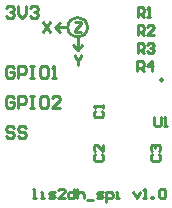
<source format=gto>
G04 Layer_Color=15132400*
%FSLAX25Y25*%
%MOIN*%
G70*
G01*
G75*
%ADD19C,0.01000*%
%ADD20C,0.00984*%
D19*
X152286Y479500D02*
G03*
X152286Y479500I-3286J0D01*
G01*
X141500D02*
X143000Y478000D01*
X141500Y479500D02*
X143000Y481000D01*
X147500Y473500D02*
X149000Y472000D01*
X150500Y473500D01*
X149000Y472000D02*
Y476000D01*
X141500Y479500D02*
X145500D01*
X168933Y465000D02*
Y468199D01*
X170533D01*
X171066Y467666D01*
Y466600D01*
X170533Y466066D01*
X168933D01*
X169999D02*
X171066Y465000D01*
X173732D02*
Y468199D01*
X172132Y466600D01*
X174265D01*
X169000Y471000D02*
Y474199D01*
X170599D01*
X171133Y473666D01*
Y472600D01*
X170599Y472066D01*
X169000D01*
X170066D02*
X171133Y471000D01*
X172199Y473666D02*
X172732Y474199D01*
X173799D01*
X174332Y473666D01*
Y473133D01*
X173799Y472600D01*
X173265D01*
X173799D01*
X174332Y472066D01*
Y471533D01*
X173799Y471000D01*
X172732D01*
X172199Y471533D01*
X169000Y477000D02*
Y480199D01*
X170599D01*
X171133Y479666D01*
Y478600D01*
X170599Y478066D01*
X169000D01*
X170066D02*
X171133Y477000D01*
X174332D02*
X172199D01*
X174332Y479133D01*
Y479666D01*
X173799Y480199D01*
X172732D01*
X172199Y479666D01*
X169000Y483000D02*
Y486199D01*
X170599D01*
X171133Y485666D01*
Y484599D01*
X170599Y484066D01*
X169000D01*
X170066D02*
X171133Y483000D01*
X172199D02*
X173265D01*
X172732D01*
Y486199D01*
X172199Y485666D01*
X154834Y451633D02*
X154301Y451099D01*
Y450033D01*
X154834Y449500D01*
X156967D01*
X157500Y450033D01*
Y451099D01*
X156967Y451633D01*
X157500Y452699D02*
Y453765D01*
Y453232D01*
X154301D01*
X154834Y452699D01*
Y437133D02*
X154301Y436599D01*
Y435533D01*
X154834Y435000D01*
X156967D01*
X157500Y435533D01*
Y436599D01*
X156967Y437133D01*
X157500Y440332D02*
Y438199D01*
X155367Y440332D01*
X154834D01*
X154301Y439798D01*
Y438732D01*
X154834Y438199D01*
X173834Y437133D02*
X173301Y436599D01*
Y435533D01*
X173834Y435000D01*
X175967D01*
X176500Y435533D01*
Y436599D01*
X175967Y437133D01*
X173834Y438199D02*
X173301Y438732D01*
Y439798D01*
X173834Y440332D01*
X174367D01*
X174900Y439798D01*
Y439265D01*
Y439798D01*
X175434Y440332D01*
X175967D01*
X176500Y439798D01*
Y438732D01*
X175967Y438199D01*
X174500Y449699D02*
Y447033D01*
X175033Y446500D01*
X176100D01*
X176633Y447033D01*
Y449699D01*
X177699Y446500D02*
X178765D01*
X178232D01*
Y449699D01*
X177699Y449166D01*
X137500Y481199D02*
X139633Y478000D01*
Y481199D02*
X137500Y478000D01*
X148000Y470199D02*
Y469666D01*
X149066Y468600D01*
X150133Y469666D01*
Y470199D01*
X149066Y468600D02*
Y467000D01*
X148000Y481199D02*
X150133D01*
Y480666D01*
X148000Y478533D01*
Y478000D01*
X150133D01*
X127666Y445832D02*
X126999Y446499D01*
X125666D01*
X125000Y445832D01*
Y445166D01*
X125666Y444499D01*
X126999D01*
X127666Y443833D01*
Y443166D01*
X126999Y442500D01*
X125666D01*
X125000Y443166D01*
X131665Y445832D02*
X130998Y446499D01*
X129665D01*
X128999Y445832D01*
Y445166D01*
X129665Y444499D01*
X130998D01*
X131665Y443833D01*
Y443166D01*
X130998Y442500D01*
X129665D01*
X128999Y443166D01*
X127666Y455832D02*
X126999Y456499D01*
X125666D01*
X125000Y455832D01*
Y453166D01*
X125666Y452500D01*
X126999D01*
X127666Y453166D01*
Y454499D01*
X126333D01*
X128999Y452500D02*
Y456499D01*
X130998D01*
X131665Y455832D01*
Y454499D01*
X130998Y453833D01*
X128999D01*
X132997Y456499D02*
X134330D01*
X133664D01*
Y452500D01*
X132997D01*
X134330D01*
X138329Y456499D02*
X136996D01*
X136330Y455832D01*
Y453166D01*
X136996Y452500D01*
X138329D01*
X138996Y453166D01*
Y455832D01*
X138329Y456499D01*
X142994Y452500D02*
X140328D01*
X142994Y455166D01*
Y455832D01*
X142328Y456499D01*
X140995D01*
X140328Y455832D01*
X127666Y465832D02*
X126999Y466499D01*
X125666D01*
X125000Y465832D01*
Y463166D01*
X125666Y462500D01*
X126999D01*
X127666Y463166D01*
Y464499D01*
X126333D01*
X128999Y462500D02*
Y466499D01*
X130998D01*
X131665Y465832D01*
Y464499D01*
X130998Y463833D01*
X128999D01*
X132997Y466499D02*
X134330D01*
X133664D01*
Y462500D01*
X132997D01*
X134330D01*
X138329Y466499D02*
X136996D01*
X136330Y465832D01*
Y463166D01*
X136996Y462500D01*
X138329D01*
X138996Y463166D01*
Y465832D01*
X138329Y466499D01*
X140328Y462500D02*
X141661D01*
X140995D01*
Y466499D01*
X140328Y465832D01*
X125000Y485832D02*
X125666Y486499D01*
X126999D01*
X127666Y485832D01*
Y485166D01*
X126999Y484499D01*
X126333D01*
X126999D01*
X127666Y483833D01*
Y483166D01*
X126999Y482500D01*
X125666D01*
X125000Y483166D01*
X128999Y486499D02*
Y483833D01*
X130332Y482500D01*
X131665Y483833D01*
Y486499D01*
X132997Y485832D02*
X133664Y486499D01*
X134997D01*
X135663Y485832D01*
Y485166D01*
X134997Y484499D01*
X134330D01*
X134997D01*
X135663Y483833D01*
Y483166D01*
X134997Y482500D01*
X133664D01*
X132997Y483166D01*
X134000Y422500D02*
X135066D01*
X134533D01*
Y425699D01*
X134000D01*
X136666Y422500D02*
X137732D01*
X137199D01*
Y424633D01*
X136666D01*
X139332Y422500D02*
X140931D01*
X141464Y423033D01*
X140931Y423566D01*
X139865D01*
X139332Y424099D01*
X139865Y424633D01*
X141464D01*
X144663Y422500D02*
X142531D01*
X144663Y424633D01*
Y425166D01*
X144130Y425699D01*
X143064D01*
X142531Y425166D01*
X147862Y425699D02*
Y422500D01*
X146263D01*
X145729Y423033D01*
Y424099D01*
X146263Y424633D01*
X147862D01*
X148928Y425699D02*
Y422500D01*
Y424099D01*
X149462Y424633D01*
X150528D01*
X151061Y424099D01*
Y422500D01*
X152128Y421967D02*
X154260D01*
X155326Y422500D02*
X156926D01*
X157459Y423033D01*
X156926Y423566D01*
X155860D01*
X155326Y424099D01*
X155860Y424633D01*
X157459D01*
X158525Y421434D02*
Y424633D01*
X160125D01*
X160658Y424099D01*
Y423033D01*
X160125Y422500D01*
X158525D01*
X161724D02*
X162791D01*
X162258D01*
Y424633D01*
X161724D01*
X167589D02*
X168656Y422500D01*
X169722Y424633D01*
X170788Y422500D02*
X171854D01*
X171321D01*
Y425699D01*
X170788Y425166D01*
X173454Y422500D02*
Y423033D01*
X173987D01*
Y422500D01*
X173454D01*
X176120Y425166D02*
X176653Y425699D01*
X177719D01*
X178252Y425166D01*
Y423033D01*
X177719Y422500D01*
X176653D01*
X176120Y423033D01*
Y425166D01*
D20*
X177496Y462004D02*
G03*
X177496Y462004I-492J0D01*
G01*
M02*

</source>
